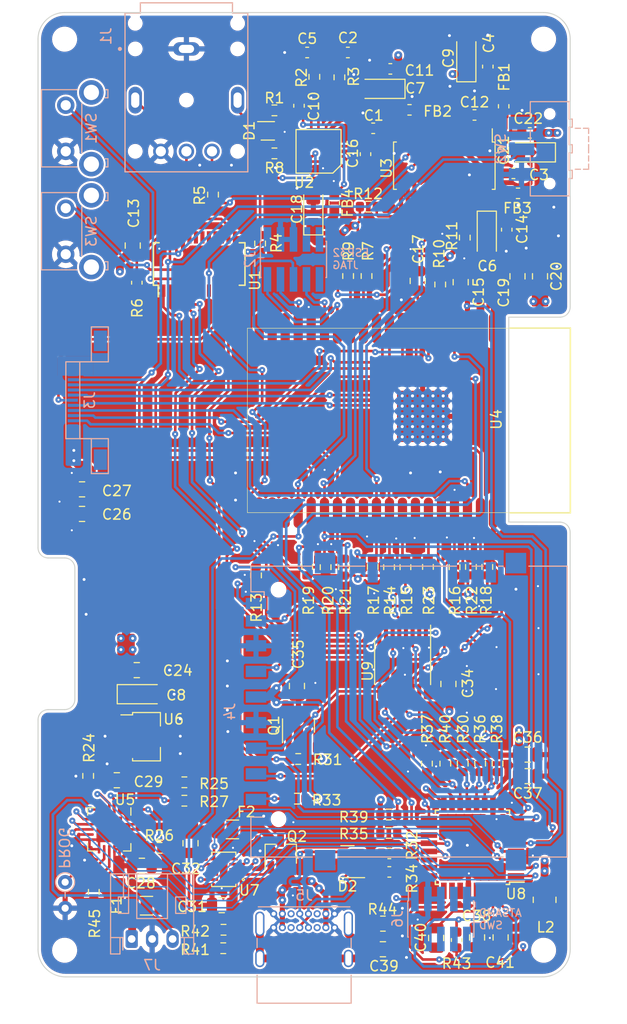
<source format=kicad_pcb>
(kicad_pcb (version 20221018) (generator pcbnew)

  (general
    (thickness 1.566672)
  )

  (paper "A4")
  (layers
    (0 "F.Cu" signal)
    (1 "In1.Cu" signal)
    (2 "In2.Cu" signal)
    (31 "B.Cu" signal)
    (32 "B.Adhes" user "B.Adhesive")
    (33 "F.Adhes" user "F.Adhesive")
    (34 "B.Paste" user)
    (35 "F.Paste" user)
    (36 "B.SilkS" user "B.Silkscreen")
    (37 "F.SilkS" user "F.Silkscreen")
    (38 "B.Mask" user)
    (39 "F.Mask" user)
    (40 "Dwgs.User" user "User.Drawings")
    (41 "Cmts.User" user "User.Comments")
    (42 "Eco1.User" user "User.Eco1")
    (43 "Eco2.User" user "User.Eco2")
    (44 "Edge.Cuts" user)
    (45 "Margin" user)
    (46 "B.CrtYd" user "B.Courtyard")
    (47 "F.CrtYd" user "F.Courtyard")
    (48 "B.Fab" user)
    (49 "F.Fab" user)
    (50 "User.1" user)
    (51 "User.2" user)
    (52 "User.3" user)
    (53 "User.4" user)
    (54 "User.5" user)
    (55 "User.6" user)
    (56 "User.7" user)
    (57 "User.8" user)
    (58 "User.9" user)
  )

  (setup
    (stackup
      (layer "F.SilkS" (type "Top Silk Screen") (color "White"))
      (layer "F.Paste" (type "Top Solder Paste"))
      (layer "F.Mask" (type "Top Solder Mask") (color "Purple") (thickness 0.0254))
      (layer "F.Cu" (type "copper") (thickness 0.04318))
      (layer "dielectric 1" (type "prepreg") (thickness 0.202184) (material "FR408-HR") (epsilon_r 3.69) (loss_tangent 0.0091))
      (layer "In1.Cu" (type "copper") (thickness 0.017272))
      (layer "dielectric 2" (type "core") (thickness 0.9906) (material "FR408-HR") (epsilon_r 3.69) (loss_tangent 0.0091))
      (layer "In2.Cu" (type "copper") (thickness 0.017272))
      (layer "dielectric 3" (type "prepreg") (thickness 0.202184) (material "FR408-HR") (epsilon_r 3.69) (loss_tangent 0.0091))
      (layer "B.Cu" (type "copper") (thickness 0.04318))
      (layer "B.Mask" (type "Bottom Solder Mask") (color "Purple") (thickness 0.0254))
      (layer "B.Paste" (type "Bottom Solder Paste"))
      (layer "B.SilkS" (type "Bottom Silk Screen") (color "White"))
      (copper_finish "ENIG")
      (dielectric_constraints no)
    )
    (pad_to_mask_clearance 0.0508)
    (pcbplotparams
      (layerselection 0x00010fc_ffffffff)
      (plot_on_all_layers_selection 0x0000000_00000000)
      (disableapertmacros false)
      (usegerberextensions true)
      (usegerberattributes true)
      (usegerberadvancedattributes true)
      (creategerberjobfile true)
      (dashed_line_dash_ratio 12.000000)
      (dashed_line_gap_ratio 3.000000)
      (svgprecision 6)
      (plotframeref false)
      (viasonmask false)
      (mode 1)
      (useauxorigin false)
      (hpglpennumber 1)
      (hpglpenspeed 20)
      (hpglpendiameter 15.000000)
      (dxfpolygonmode true)
      (dxfimperialunits true)
      (dxfusepcbnewfont true)
      (psnegative false)
      (psa4output false)
      (plotreference true)
      (plotvalue true)
      (plotinvisibletext false)
      (sketchpadsonfab false)
      (subtractmaskfromsilk false)
      (outputformat 1)
      (mirror false)
      (drillshape 0)
      (scaleselection 1)
      (outputdirectory "gerbers")
    )
  )

  (net 0 "")
  (net 1 "GND")
  (net 2 "/ESP_EN")
  (net 3 "BAT_LEVEL")
  (net 4 "/Power/SYS_POWER")
  (net 5 "USB.DP")
  (net 6 "USB.DN")
  (net 7 "~{3.5mm_DETECT}")
  (net 8 "/JTAG.TMS")
  (net 9 "/JTAG.TCK")
  (net 10 "/JTAG.TDO")
  (net 11 "/JTAG.TDI")
  (net 12 "/SWD.SWDIO")
  (net 13 "/SWD.SWCLK")
  (net 14 "/SWD.RESET")
  (net 15 "/Power/NTC")
  (net 16 "~{CHG_PWR_OK}")
  (net 17 "I2C.SCL")
  (net 18 "/Power/VBUS_RAW")
  (net 19 "I2C.SDA")
  (net 20 "ESP_SPI.PICO")
  (net 21 "/Peripherals/~{DISPLAY_RST}")
  (net 22 "ESP_SPI.SCLK")
  (net 23 "ESP_SPI.DISPLAY_CS")
  (net 24 "DISPLAY_LED_EN")
  (net 25 "DAC.SCK")
  (net 26 "/ESP_BOOT")
  (net 27 "~{SD_VDD_EN}")
  (net 28 "/UART.ESP.TX")
  (net 29 "ESP_SPI.POCI")
  (net 30 "DAC.DATA")
  (net 31 "DAC.BCK")
  (net 32 "ESP_SPI.SD_CS")
  (net 33 "DAC.LRCK")
  (net 34 "SAMD_SPI.POCI")
  (net 35 "/UART.ESP.RX")
  (net 36 "SAMD_SPI.CS")
  (net 37 "SAMD_SPI.PICO")
  (net 38 "/~{SAMD_INT}")
  (net 39 "SAMD_SPI.SCLK")
  (net 40 "CHG_SEL")
  (net 41 "AMP_EN")
  (net 42 "/Power/VBUS_SWITCHED")
  (net 43 "~{GPIO_INT}")
  (net 44 "/Peripherals/KEY_VOL_UP")
  (net 45 "/Peripherals/KEY_VOL_DOWN")
  (net 46 "USB_TCC0")
  (net 47 "USB_TCC1")
  (net 48 "KEY_LOCK")
  (net 49 "CHG_STAT1")
  (net 50 "CHG_STAT2")
  (net 51 "~{3V3_MODE}")
  (net 52 "~{TOUCH_INT}")
  (net 53 "DISPLAY_DR")
  (net 54 "+3V3")
  (net 55 "Net-(#FLG0301-pwr)")
  (net 56 "Net-(U3-OUTR)")
  (net 57 "Net-(#FLG0302-pwr)")
  (net 58 "Net-(U3-VNEG)")
  (net 59 "Net-(U3-OUTL)")
  (net 60 "Net-(U5-V_{BAT_SENSE})")
  (net 61 "Net-(#FLG0401-pwr)")
  (net 62 "Net-(U3-CAPP)")
  (net 63 "Net-(U3-CAPM)")
  (net 64 "Net-(U3-LDOO)")
  (net 65 "Net-(U2-CCP+)")
  (net 66 "Net-(U2-CCP-)")
  (net 67 "Net-(J7-Pin_1)")
  (net 68 "Net-(J5-SHIELD)")
  (net 69 "Net-(U8-VDDCORE)")
  (net 70 "Net-(U2-L_OUT)")
  (net 71 "Net-(U2-R_OUT)")
  (net 72 "Net-(U3-CPVDD)")
  (net 73 "Net-(U3-AVDD)")
  (net 74 "Net-(U3-DVDD)")
  (net 75 "Net-(J1-Pad6)")
  (net 76 "unconnected-(J2-UART_TX-Pad7)")
  (net 77 "unconnected-(J2-UART_RX-Pad9)")
  (net 78 "unconnected-(J2-nRst-Pad10)")
  (net 79 "Net-(J4-CD{slash}DAT3)")
  (net 80 "Net-(J4-CMD)")
  (net 81 "Net-(J4-CLK)")
  (net 82 "Net-(J4-DAT0)")
  (net 83 "Net-(J4-DAT1)")
  (net 84 "Net-(J4-DAT2)")
  (net 85 "Net-(J5-CC1)")
  (net 86 "unconnected-(J5-SBU1-PadA8)")
  (net 87 "Net-(J5-CC2)")
  (net 88 "unconnected-(J5-SBU2-PadB8)")
  (net 89 "unconnected-(J6-TDO-Pad6)")
  (net 90 "unconnected-(J6-UART_TX-Pad7)")
  (net 91 "unconnected-(J6-TDI-Pad8)")
  (net 92 "Net-(Q2-G)")
  (net 93 "Net-(U2-L_IN)")
  (net 94 "Net-(U2-R_IN)")
  (net 95 "Net-(U3-XSMT)")
  (net 96 "Net-(U3-MODE2{slash}MS)")
  (net 97 "Net-(U5-PROG2)")
  (net 98 "Net-(U5-VPCC)")
  (net 99 "Net-(U5-CE)")
  (net 100 "Net-(U8-USB.DM)")
  (net 101 "Net-(U8-USB.DP)")
  (net 102 "Net-(U5-PROG1)")
  (net 103 "Net-(U5-PROG3)")
  (net 104 "unconnected-(SW2-A-Pad1)")
  (net 105 "Net-(U1-IO0_0)")
  (net 106 "Net-(U1-IO0_1)")
  (net 107 "unconnected-(U1-IO1_2-Pad15)")
  (net 108 "unconnected-(U1-IO1_3-Pad16)")
  (net 109 "unconnected-(U1-IO1_4-Pad17)")
  (net 110 "unconnected-(U1-IO1_5-Pad18)")
  (net 111 "unconnected-(U1-IO1_6-Pad19)")
  (net 112 "unconnected-(U1-IO1_7-Pad20)")
  (net 113 "unconnected-(U4-I39{slash}NOINT-Pad5)")
  (net 114 "unconnected-(U4-SHD{slash}SD2-Pad17)")
  (net 115 "unconnected-(U4-SWP{slash}SD3-Pad18)")
  (net 116 "unconnected-(U4-SCS{slash}CMD-Pad19)")
  (net 117 "unconnected-(U4-SCK{slash}CLK-Pad20)")
  (net 118 "unconnected-(U4-SDO{slash}SD0-Pad21)")
  (net 119 "unconnected-(U4-SDI{slash}SD1-Pad22)")
  (net 120 "unconnected-(U4-IO16-Pad27)")
  (net 121 "unconnected-(U4-IO17-Pad28)")
  (net 122 "unconnected-(U4-NC-Pad32)")
  (net 123 "unconnected-(U7-ORIENT-Pad8)")
  (net 124 "unconnected-(U7-SWMONI-Pad9)")
  (net 125 "unconnected-(U8-SERCOM3.1-Pad22)")
  (net 126 "unconnected-(U8-PA27-Pad25)")
  (net 127 "unconnected-(U8-PA28-Pad27)")
  (net 128 "Net-(#FLG0101-pwr)")
  (net 129 "Net-(#FLG0202-pwr)")

  (footprint "Capacitor_Tantalum_SMD:CP_EIA-3216-18_Kemet-A" (layer "F.Cu") (at 144.4 70.85 90))

  (footprint "Capacitor_SMD:C_0805_2012Metric" (layer "F.Cu") (at 158.8 77.775 90))

  (footprint "Package_TO_SOT_SMD:TSOT-23" (layer "F.Cu") (at 141.2 133.6 90))

  (footprint "Fuse:Fuse_1206_3216Metric" (layer "F.Cu") (at 128.1 138.65))

  (footprint "Resistor_SMD:R_0603_1608Metric" (layer "F.Cu") (at 145.6 105.6 90))

  (footprint "MountingHole:MountingHole_2.2mm_M2" (layer "F.Cu") (at 166.9 143))

  (footprint "Capacitor_SMD:C_0805_2012Metric" (layer "F.Cu") (at 151.2 142.9))

  (footprint "Resistor_SMD:R_0603_1608Metric" (layer "F.Cu") (at 142.925 124.325))

  (footprint "Capacitor_SMD:C_0805_2012Metric" (layer "F.Cu") (at 125.2 126.4 180))

  (footprint "Resistor_SMD:R_0603_1608Metric" (layer "F.Cu") (at 159.2 73.425 90))

  (footprint "Resistor_SMD:R_0603_1608Metric" (layer "F.Cu") (at 146.95 57.775 90))

  (footprint "Resistor_SMD:R_0603_1608Metric" (layer "F.Cu") (at 140.6 65.2 180))

  (footprint "Package_DFN_QFN:QFN-20-1EP_4x4mm_P0.5mm_EP2.5x2.5mm" (layer "F.Cu") (at 124.4625 131.2 -90))

  (footprint "Package_TO_SOT_SMD:SOT-23" (layer "F.Cu") (at 142.95 121.0625 90))

  (footprint "Capacitor_SMD:C_0805_2012Metric" (layer "F.Cu") (at 127.65 134.75))

  (footprint "Package_SO:SSOP-24_3.9x8.7mm_P0.635mm" (layer "F.Cu") (at 133.2475 76 90))

  (footprint "Resistor_SMD:R_0603_1608Metric" (layer "F.Cu") (at 151.775 129.75))

  (footprint "Resistor_SMD:R_0603_1608Metric" (layer "F.Cu") (at 156.8 78 90))

  (footprint "Capacitor_SMD:C_0603_1608Metric" (layer "F.Cu") (at 160.15 61.45 180))

  (footprint "Capacitor_Tantalum_SMD:CP_EIA-3216-18_Kemet-A" (layer "F.Cu") (at 161.35 73.15 -90))

  (footprint "Capacitor_SMD:C_0805_2012Metric" (layer "F.Cu") (at 154.6 77.65 -90))

  (footprint "Capacitor_SMD:C_0603_1608Metric" (layer "F.Cu") (at 151.825 135.35 180))

  (footprint "Capacitor_Tantalum_SMD:CP_EIA-3216-18_Kemet-A" (layer "F.Cu") (at 151.05 58.9 180))

  (footprint "Resistor_SMD:R_0603_1608Metric" (layer "F.Cu") (at 149.6 77.175 -90))

  (footprint "Capacitor_SMD:C_0603_1608Metric" (layer "F.Cu") (at 127.155 77.825 -90))

  (footprint "Resistor_SMD:R_0603_1608Metric" (layer "F.Cu") (at 140.6 61 180))

  (footprint "Resistor_SMD:R_0603_1608Metric" (layer "F.Cu") (at 161.4 105.575 90))

  (footprint "Resistor_SMD:R_0603_1608Metric" (layer "F.Cu") (at 138.8 106.4 -90))

  (footprint "Capacitor_SMD:C_0603_1608Metric" (layer "F.Cu") (at 143 60.55 90))

  (footprint "Capacitor_SMD:C_0805_2012Metric" (layer "F.Cu") (at 121.8 100.4 180))

  (footprint "Capacitor_SMD:C_0603_1608Metric" (layer "F.Cu") (at 163.3 72.65 -90))

  (footprint "footprints:BD91N01NUX-E2" (layer "F.Cu") (at 135.6475 135.099874 180))

  (footprint "Resistor_SMD:R_0603_1608Metric" (layer "F.Cu") (at 122.95 137.3 -90))

  (footprint "Capacitor_SMD:C_0805_2012Metric" (layer "F.Cu") (at 156.4 141.8 90))

  (footprint "Inductor_SMD:L_0603_1608Metric" (layer "F.Cu") (at 153.8 60.95))

  (footprint "Capacitor_SMD:C_0805_2012Metric" (layer "F.Cu") (at 142.8 117.2 90))

  (footprint "Resistor_SMD:R_0603_1608Metric" (layer "F.Cu") (at 139.2 74 -90))

  (footprint "NetTie:NetTie-2_SMD_Pad0.5mm" (layer "F.Cu") (at 166.8 131.8 180))

  (footprint "Capacitor_SMD:C_0805_2012Metric" (layer "F.Cu") (at 121.8 98 180))

  (footprint "Capacitor_SMD:C_0805_2012Metric" (layer "F.Cu") (at 132.4 132.55 -90))

  (footprint "Capacitor_SMD:C_0603_1608Metric" (layer "F.Cu") (at 151.925 56.95 180))

  (footprint "Resistor_SMD:R_0603_1608Metric" (layer "F.Cu") (at 129.375 133 180))

  (footprint "Resistor_SMD:R_0603_1608Metric" (layer "F.Cu")
    (tstamp 7a9eddc1-2781-42b2-8f2d-d79c89b98f95)
    (at 135.625 141)
    (descr "Resistor SMD 0603 (1608 Metric), square (rectangular) end terminal, IPC_7351 nominal, (Body size source: IPC-SM-782 page 72, https://www.pcb-3d.com/wordpress/wp-content/uploads/ipc-sm-782a_amendment_1_and_2.pdf), generated with kicad-footprint-generator")
    (tags "resistor")
    (property "MPN" "AC0603FR-131ML")
    (property "PN" "")
    (property "Sheetfile" "power.kicad_sch")
    (property "Sheetname" "Power")
    (property "ki_description" "Resistor, small symbol")
    (property "ki_keywords" "R resistor")
    (path "/3e1bbe1f-2b0b-4dc2-a25f-c37315228fda/44c7e560-7285-4d47-b343-6ad8f2cbdc19")
    (attr smd)
    (fp_text reference "R42" (at -2.775 0.15 180) (layer "F.SilkS")
        (effects (font (size 1 1) (thickness 0.15)))
      (tstamp 9c415040-6fe4-42bc-ae45-487239d4143f)
    )
    (fp_text value "1M" (at 0 1.43) (layer "F.Fab")
        (effects (font (size 1 1) (thickness 0.15)))
      (tstamp ef36f730-a6da-4b09-868b-b863a4fa1be3)
    )
    (fp_text user "${REFERENCE}" (at 0 0) (layer "F.Fab")
        (effects (font (size 0.4 0.4) (thickness 0.06)))
      (tstamp 4828e49f-c4c2-45b0-923c-984279afa0bf)
    )
    (fp_line (start -0.237258 -0.5225) (end 0.237258 -0.5225)
      (stroke (width 0.12) (type solid)) (layer "F.SilkS") (tstamp 627209ff-e85e-4511-b0ac-5fc00d0f0e6a))
    (fp_line (start -0.237258 0.5225) (end 0.237258 0.5225)
      (stroke (width 0.12) (type solid)) (layer "F.S
... [3154389 chars truncated]
</source>
